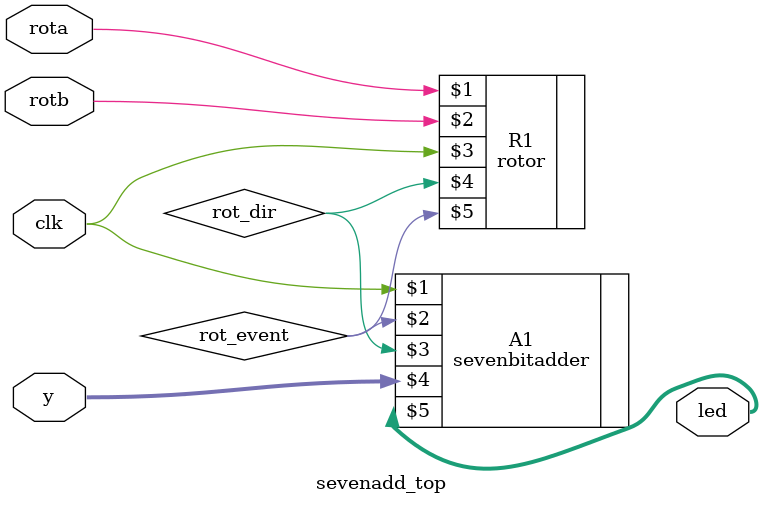
<source format=v>
`timescale 1ns / 1ps
module sevenadd_top(clk, rota, rotb, y, led);

input clk, rota, rotb;
input [3:0] y;
output [7:0] led;
wire [7:0] led;
wire rot_event, rot_dir;

rotor R1(rota, rotb, clk, rot_dir, rot_event);
sevenbitadder A1(clk, rot_event, rot_dir, y, led);


endmodule

</source>
